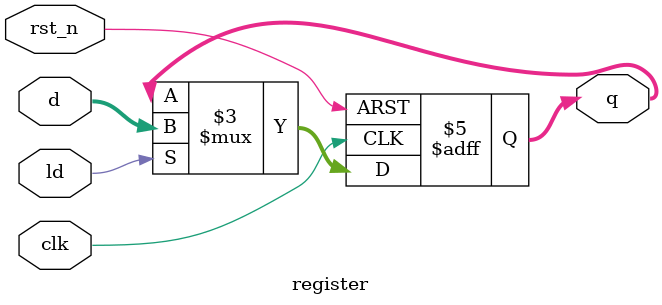
<source format=sv>
module register (

    input  logic clk,

    input  logic rst_n,   // Reset tích cực mức thấp

    input  logic [15:0] d,

    output logic [15:0] q,

    input  logic ld

);

    always_ff @(posedge clk or negedge rst_n) begin

        if (!rst_n) 

            q <= 16'b00000000;

        else if (ld) 

            q <= d;

    end

endmodule



</source>
